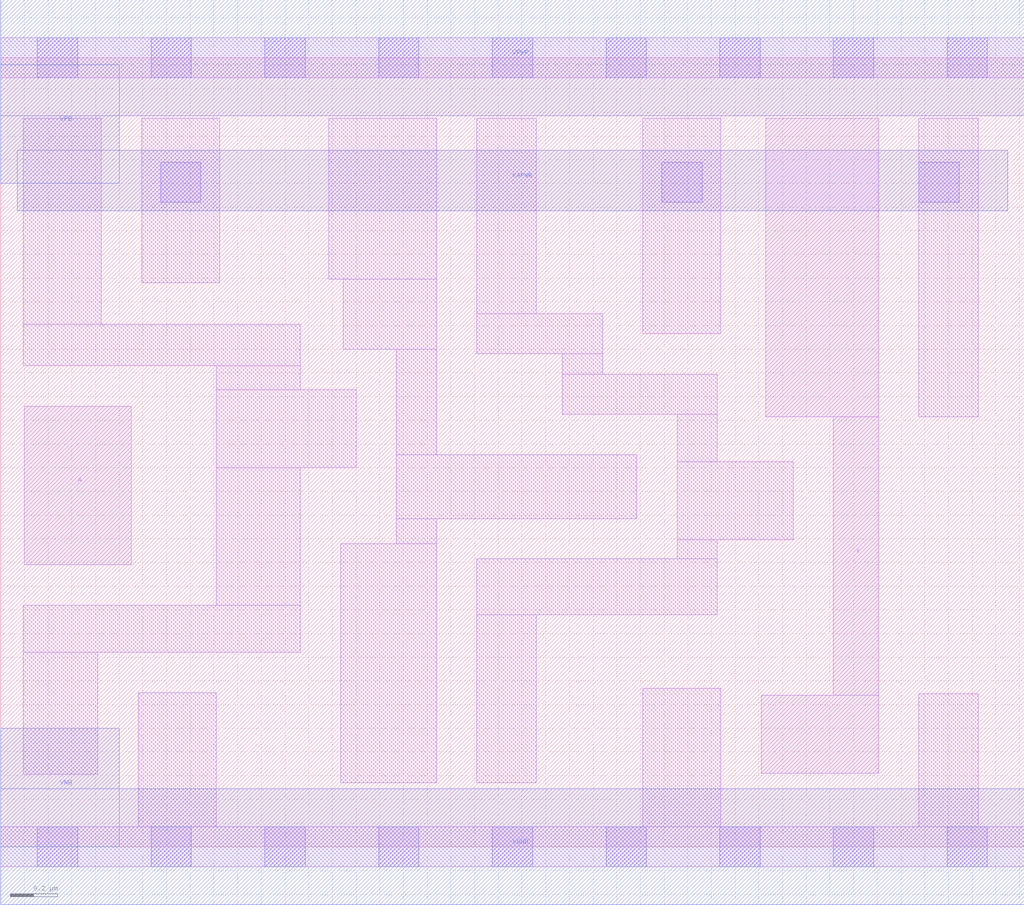
<source format=lef>
# Copyright 2020 The SkyWater PDK Authors
#
# Licensed under the Apache License, Version 2.0 (the "License");
# you may not use this file except in compliance with the License.
# You may obtain a copy of the License at
#
#     https://www.apache.org/licenses/LICENSE-2.0
#
# Unless required by applicable law or agreed to in writing, software
# distributed under the License is distributed on an "AS IS" BASIS,
# WITHOUT WARRANTIES OR CONDITIONS OF ANY KIND, either express or implied.
# See the License for the specific language governing permissions and
# limitations under the License.
#
# SPDX-License-Identifier: Apache-2.0

VERSION 5.5 ;
NAMESCASESENSITIVE ON ;
BUSBITCHARS "[]" ;
DIVIDERCHAR "/" ;
MACRO sky130_fd_sc_lp__dlybuf4s15kapwr_2
  CLASS CORE ;
  SOURCE USER ;
  ORIGIN  0.000000  0.000000 ;
  SIZE  4.320000 BY  3.330000 ;
  SYMMETRY X Y ;
  SITE unit ;
  PIN A
    ANTENNAGATEAREA  0.252000 ;
    DIRECTION INPUT ;
    USE SIGNAL ;
    PORT
      LAYER li1 ;
        RECT 0.100000 1.190000 0.550000 1.860000 ;
    END
  END A
  PIN X
    ANTENNADIFFAREA  0.470400 ;
    DIRECTION OUTPUT ;
    USE SIGNAL ;
    PORT
      LAYER li1 ;
        RECT 3.210000 0.310000 3.705000 0.640000 ;
        RECT 3.230000 1.815000 3.705000 3.075000 ;
        RECT 3.515000 0.640000 3.705000 1.815000 ;
    END
  END X
  PIN KAPWR
    DIRECTION INOUT ;
    USE POWER ;
    PORT
      LAYER met1 ;
        RECT 0.070000 2.685000 4.250000 2.940000 ;
    END
  END KAPWR
  PIN VGND
    DIRECTION INOUT ;
    USE GROUND ;
    PORT
      LAYER met1 ;
        RECT 0.000000 -0.245000 4.320000 0.245000 ;
    END
  END VGND
  PIN VNB
    DIRECTION INOUT ;
    USE GROUND ;
    PORT
    END
  END VNB
  PIN VPB
    DIRECTION INOUT ;
    USE POWER ;
    PORT
    END
  END VPB
  PIN VNB
    DIRECTION INOUT ;
    USE GROUND ;
    PORT
      LAYER met1 ;
        RECT 0.000000 0.000000 0.500000 0.500000 ;
    END
  END VNB
  PIN VPB
    DIRECTION INOUT ;
    USE POWER ;
    PORT
      LAYER met1 ;
        RECT 0.000000 2.800000 0.500000 3.300000 ;
    END
  END VPB
  PIN VPWR
    DIRECTION INOUT ;
    USE POWER ;
    PORT
      LAYER met1 ;
        RECT 0.000000 3.085000 4.320000 3.575000 ;
    END
  END VPWR
  OBS
    LAYER li1 ;
      RECT 0.000000 -0.085000 4.320000 0.085000 ;
      RECT 0.000000  3.245000 4.320000 3.415000 ;
      RECT 0.095000  0.305000 0.410000 0.820000 ;
      RECT 0.095000  0.820000 1.265000 1.020000 ;
      RECT 0.095000  2.030000 1.265000 2.205000 ;
      RECT 0.095000  2.205000 0.425000 3.075000 ;
      RECT 0.580000  0.085000 0.910000 0.650000 ;
      RECT 0.595000  2.380000 0.925000 3.075000 ;
      RECT 0.910000  1.020000 1.265000 1.600000 ;
      RECT 0.910000  1.600000 1.500000 1.930000 ;
      RECT 0.910000  1.930000 1.265000 2.030000 ;
      RECT 1.385000  2.395000 1.840000 3.075000 ;
      RECT 1.435000  0.270000 1.840000 1.280000 ;
      RECT 1.445000  2.100000 1.840000 2.395000 ;
      RECT 1.670000  1.280000 1.840000 1.385000 ;
      RECT 1.670000  1.385000 2.685000 1.655000 ;
      RECT 1.670000  1.655000 1.840000 2.100000 ;
      RECT 2.010000  0.270000 2.260000 0.980000 ;
      RECT 2.010000  0.980000 3.025000 1.215000 ;
      RECT 2.010000  2.080000 2.540000 2.250000 ;
      RECT 2.010000  2.250000 2.260000 3.075000 ;
      RECT 2.370000  1.825000 3.025000 1.995000 ;
      RECT 2.370000  1.995000 2.540000 2.080000 ;
      RECT 2.710000  0.085000 3.040000 0.670000 ;
      RECT 2.710000  2.165000 3.040000 3.075000 ;
      RECT 2.855000  1.215000 3.025000 1.295000 ;
      RECT 2.855000  1.295000 3.345000 1.625000 ;
      RECT 2.855000  1.625000 3.025000 1.825000 ;
      RECT 3.875000  0.085000 4.125000 0.645000 ;
      RECT 3.875000  1.815000 4.125000 3.075000 ;
    LAYER mcon ;
      RECT 0.155000 -0.085000 0.325000 0.085000 ;
      RECT 0.155000  3.245000 0.325000 3.415000 ;
      RECT 0.635000 -0.085000 0.805000 0.085000 ;
      RECT 0.635000  3.245000 0.805000 3.415000 ;
      RECT 0.675000  2.720000 0.845000 2.890000 ;
      RECT 1.115000 -0.085000 1.285000 0.085000 ;
      RECT 1.115000  3.245000 1.285000 3.415000 ;
      RECT 1.595000 -0.085000 1.765000 0.085000 ;
      RECT 1.595000  3.245000 1.765000 3.415000 ;
      RECT 2.075000 -0.085000 2.245000 0.085000 ;
      RECT 2.075000  3.245000 2.245000 3.415000 ;
      RECT 2.555000 -0.085000 2.725000 0.085000 ;
      RECT 2.555000  3.245000 2.725000 3.415000 ;
      RECT 2.790000  2.720000 2.960000 2.890000 ;
      RECT 3.035000 -0.085000 3.205000 0.085000 ;
      RECT 3.035000  3.245000 3.205000 3.415000 ;
      RECT 3.515000 -0.085000 3.685000 0.085000 ;
      RECT 3.515000  3.245000 3.685000 3.415000 ;
      RECT 3.875000  2.720000 4.045000 2.890000 ;
      RECT 3.995000 -0.085000 4.165000 0.085000 ;
      RECT 3.995000  3.245000 4.165000 3.415000 ;
  END
END sky130_fd_sc_lp__dlybuf4s15kapwr_2
END LIBRARY

</source>
